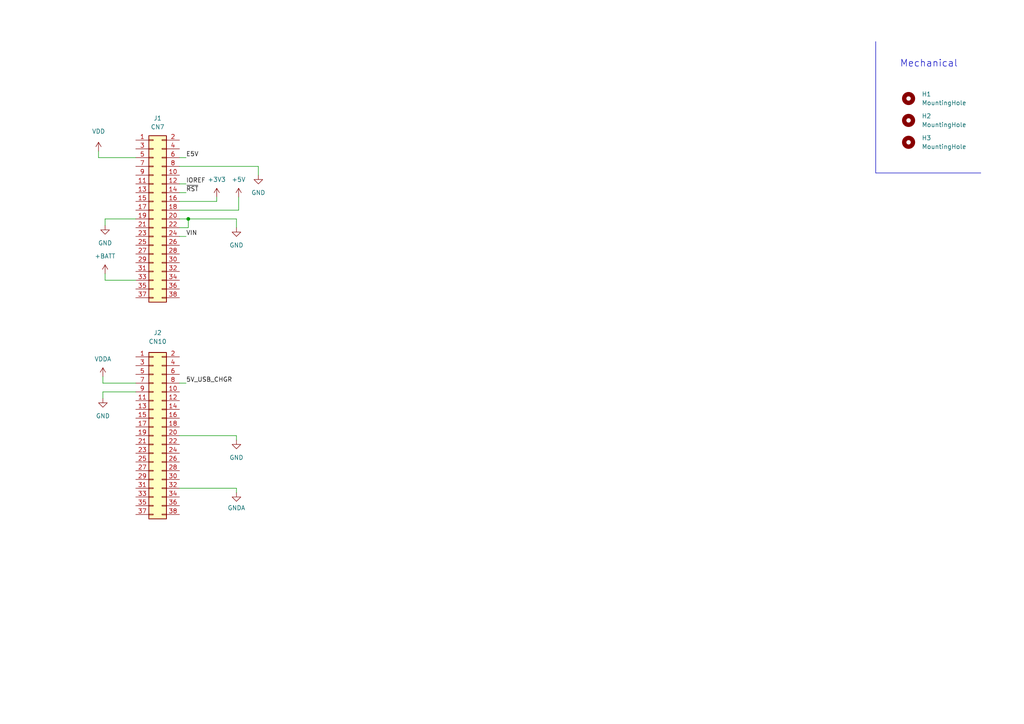
<source format=kicad_sch>
(kicad_sch (version 20230121) (generator eeschema)
  (paper "A4")
  (lib_symbols
    (symbol "Connector_Generic:Conn_02x19_Odd_Even" (pin_names (offset 1.016) hide)
      (property "Reference" "J" (at 1.27 25.4 0))
      (property "Value" "Conn_02x19_Odd_Even" (at 1.27 -25.4 0))
      (symbol "Conn_02x19_Odd_Even_1_1"
        (rectangle (start -1.27 -22.733) (end 0 -22.987) (stroke (width 0.1524)))
        (rectangle (start -1.27 -20.193) (end 0 -20.447) (stroke (width 0.1524)))
        (rectangle (start -1.27 -17.653) (end 0 -17.907) (stroke (width 0.1524)))
        (rectangle (start -1.27 -15.113) (end 0 -15.367) (stroke (width 0.1524)))
        (rectangle (start -1.27 -12.573) (end 0 -12.827) (stroke (width 0.1524)))
        (rectangle (start -1.27 -10.033) (end 0 -10.287) (stroke (width 0.1524)))
        (rectangle (start -1.27 -7.493) (end 0 -7.747) (stroke (width 0.1524)))
        (rectangle (start -1.27 -4.953) (end 0 -5.207) (stroke (width 0.1524)))
        (rectangle (start -1.27 -2.413) (end 0 -2.667) (stroke (width 0.1524)))
        (rectangle (start -1.27 0.127) (end 0 -0.127) (stroke (width 0.1524)))
        (rectangle (start -1.27 2.667) (end 0 2.413) (stroke (width 0.1524)))
        (rectangle (start -1.27 5.207) (end 0 4.953) (stroke (width 0.1524)))
        (rectangle (start -1.27 7.747) (end 0 7.493) (stroke (width 0.1524)))
        (rectangle (start -1.27 10.287) (end 0 10.033) (stroke (width 0.1524)))
        (rectangle (start -1.27 12.827) (end 0 12.573) (stroke (width 0.1524)))
        (rectangle (start -1.27 15.367) (end 0 15.113) (stroke (width 0.1524)))
        (rectangle (start -1.27 17.907) (end 0 17.653) (stroke (width 0.1524)))
        (rectangle (start -1.27 20.447) (end 0 20.193) (stroke (width 0.1524)))
        (rectangle (start -1.27 22.987) (end 0 22.733) (stroke (width 0.1524)))
        (rectangle (start -1.27 24.13) (end 3.81 -24.13) (stroke (width 0.254)) (fill (type background)))
        (rectangle (start 3.81 -22.733) (end 2.54 -22.987) (stroke (width 0.1524)))
        (rectangle (start 3.81 -20.193) (end 2.54 -20.447) (stroke (width 0.1524)))
        (rectangle (start 3.81 -17.653) (end 2.54 -17.907) (stroke (width 0.1524)))
        (rectangle (start 3.81 -15.113) (end 2.54 -15.367) (stroke (width 0.1524)))
        (rectangle (start 3.81 -12.573) (end 2.54 -12.827) (stroke (width 0.1524)))
        (rectangle (start 3.81 -10.033) (end 2.54 -10.287) (stroke (width 0.1524)))
        (rectangle (start 3.81 -7.493) (end 2.54 -7.747) (stroke (width 0.1524)))
        (rectangle (start 3.81 -4.953) (end 2.54 -5.207) (stroke (width 0.1524)))
        (rectangle (start 3.81 -2.413) (end 2.54 -2.667) (stroke (width 0.1524)))
        (rectangle (start 3.81 0.127) (end 2.54 -0.127) (stroke (width 0.1524)))
        (rectangle (start 3.81 2.667) (end 2.54 2.413) (stroke (width 0.1524)))
        (rectangle (start 3.81 5.207) (end 2.54 4.953) (stroke (width 0.1524)))
        (rectangle (start 3.81 7.747) (end 2.54 7.493) (stroke (width 0.1524)))
        (rectangle (start 3.81 10.287) (end 2.54 10.033) (stroke (width 0.1524)))
        (rectangle (start 3.81 12.827) (end 2.54 12.573) (stroke (width 0.1524)))
        (rectangle (start 3.81 15.367) (end 2.54 15.113) (stroke (width 0.1524)))
        (rectangle (start 3.81 17.907) (end 2.54 17.653) (stroke (width 0.1524)))
        (rectangle (start 3.81 20.447) (end 2.54 20.193) (stroke (width 0.1524)))
        (rectangle (start 3.81 22.987) (end 2.54 22.733) (stroke (width 0.1524)))
        (pin passive line (at -5.08 22.86 0) (length 3.81) (name "Pin_1") (number "1"))
        (pin passive line (at 7.62 12.7 180) (length 3.81) (name "Pin_10") (number "10"))
        (pin passive line (at -5.08 10.16 0) (length 3.81) (name "Pin_11") (number "11"))
        (pin passive line (at 7.62 10.16 180) (length 3.81) (name "Pin_12") (number "12"))
        (pin passive line (at -5.08 7.62 0) (length 3.81) (name "Pin_13") (number "13"))
        (pin passive line (at 7.62 7.62 180) (length 3.81) (name "Pin_14") (number "14"))
        (pin passive line (at -5.08 5.08 0) (length 3.81) (name "Pin_15") (number "15"))
        (pin passive line (at 7.62 5.08 180) (length 3.81) (name "Pin_16") (number "16"))
        (pin passive line (at -5.08 2.54 0) (length 3.81) (name "Pin_17") (number "17"))
        (pin passive line (at 7.62 2.54 180) (length 3.81) (name "Pin_18") (number "18"))
        (pin passive line (at -5.08 0 0) (length 3.81) (name "Pin_19") (number "19"))
        (pin passive line (at 7.62 22.86 180) (length 3.81) (name "Pin_2") (number "2"))
        (pin passive line (at 7.62 0 180) (length 3.81) (name "Pin_20") (number "20"))
        (pin passive line (at -5.08 -2.54 0) (length 3.81) (name "Pin_21") (number "21"))
        (pin passive line (at 7.62 -2.54 180) (length 3.81) (name "Pin_22") (number "22"))
        (pin passive line (at -5.08 -5.08 0) (length 3.81) (name "Pin_23") (number "23"))
        (pin passive line (at 7.62 -5.08 180) (length 3.81) (name "Pin_24") (number "24"))
        (pin passive line (at -5.08 -7.62 0) (length 3.81) (name "Pin_25") (number "25"))
        (pin passive line (at 7.62 -7.62 180) (length 3.81) (name "Pin_26") (number "26"))
        (pin passive line (at -5.08 -10.16 0) (length 3.81) (name "Pin_27") (number "27"))
        (pin passive line (at 7.62 -10.16 180) (length 3.81) (name "Pin_28") (number "28"))
        (pin passive line (at -5.08 -12.7 0) (length 3.81) (name "Pin_29") (number "29"))
        (pin passive line (at -5.08 20.32 0) (length 3.81) (name "Pin_3") (number "3"))
        (pin passive line (at 7.62 -12.7 180) (length 3.81) (name "Pin_30") (number "30"))
        (pin passive line (at -5.08 -15.24 0) (length 3.81) (name "Pin_31") (number "31"))
        (pin passive line (at 7.62 -15.24 180) (length 3.81) (name "Pin_32") (number "32"))
        (pin passive line (at -5.08 -17.78 0) (length 3.81) (name "Pin_33") (number "33"))
        (pin passive line (at 7.62 -17.78 180) (length 3.81) (name "Pin_34") (number "34"))
        (pin passive line (at -5.08 -20.32 0) (length 3.81) (name "Pin_35") (number "35"))
        (pin passive line (at 7.62 -20.32 180) (length 3.81) (name "Pin_36") (number "36"))
        (pin passive line (at -5.08 -22.86 0) (length 3.81) (name "Pin_37") (number "37"))
        (pin passive line (at 7.62 -22.86 180) (length 3.81) (name "Pin_38") (number "38"))
        (pin passive line (at 7.62 20.32 180) (length 3.81) (name "Pin_4") (number "4"))
        (pin passive line (at -5.08 17.78 0) (length 3.81) (name "Pin_5") (number "5"))
        (pin passive line (at 7.62 17.78 180) (length 3.81) (name "Pin_6") (number "6"))
        (pin passive line (at -5.08 15.24 0) (length 3.81) (name "Pin_7") (number "7"))
        (pin passive line (at 7.62 15.24 180) (length 3.81) (name "Pin_8") (number "8"))
        (pin passive line (at -5.08 12.7 0) (length 3.81) (name "Pin_9") (number "9"))
      )
    )
    (symbol "Mechanical:MountingHole" (pin_names (offset 1.016))
      (property "Reference" "H" (at 0 5.08 0))
      (property "Value" "MountingHole" (at 0 3.175 0))
      (symbol "MountingHole_0_1"
        (circle (center 0 0) (radius 1.27) (stroke (width 1.27)))
      )
    )
    (symbol "power:+3V3" (power) (pin_names (offset 0))
      (property "Value" "+3V3" (at 0 3.556 0))
      (symbol "+3V3_0_1"
        (polyline (pts (xy -0.762 1.27) (xy 0 2.54)))
        (polyline (pts (xy 0 0) (xy 0 2.54)))
        (polyline (pts (xy 0 2.54) (xy 0.762 1.27)))
      )
      (symbol "+3V3_1_1"
        (pin power_in line (at 0 0 90) (length 0) hide (name "+3V3") (number "1"))
      )
    )
    (symbol "power:+5V" (power) (pin_names (offset 0))
      (property "Value" "+5V" (at 0 3.556 0))
      (symbol "+5V_0_1"
        (polyline (pts (xy -0.762 1.27) (xy 0 2.54)))
        (polyline (pts (xy 0 0) (xy 0 2.54)))
        (polyline (pts (xy 0 2.54) (xy 0.762 1.27)))
      )
      (symbol "+5V_1_1"
        (pin power_in line (at 0 0 90) (length 0) hide (name "+5V") (number "1"))
      )
    )
    (symbol "power:+BATT" (power) (pin_names (offset 0))
      (property "Value" "+BATT" (at 0 3.556 0))
      (symbol "+BATT_0_1"
        (polyline (pts (xy -0.762 1.27) (xy 0 2.54)))
        (polyline (pts (xy 0 0) (xy 0 2.54)))
        (polyline (pts (xy 0 2.54) (xy 0.762 1.27)))
      )
      (symbol "+BATT_1_1"
        (pin power_in line (at 0 0 90) (length 0) hide (name "+BATT") (number "1"))
      )
    )
    (symbol "power:GND" (power) (pin_names (offset 0))
      (property "Value" "GND" (at 0 -3.81 0))
      (symbol "GND_0_1"
        (polyline (pts (xy 0 0) (xy 0 -1.27) (xy 1.27 -1.27) (xy 0 -2.54) (xy -1.27 -1.27) (xy 0 -1.27)))
      )
      (symbol "GND_1_1"
        (pin power_in line (at 0 0 270) (length 0) hide (name "GND") (number "1"))
      )
    )
    (symbol "power:GNDA" (power) (pin_names (offset 0))
      (property "Value" "GNDA" (at 0 -3.81 0))
      (symbol "GNDA_0_1"
        (polyline (pts (xy 0 0) (xy 0 -1.27) (xy 1.27 -1.27) (xy 0 -2.54) (xy -1.27 -1.27) (xy 0 -1.27)))
      )
      (symbol "GNDA_1_1"
        (pin power_in line (at 0 0 270) (length 0) hide (name "GNDA") (number "1"))
      )
    )
    (symbol "power:VDD" (power) (pin_names (offset 0))
      (property "Value" "VDD" (at 0 3.81 0))
      (symbol "VDD_0_1"
        (polyline (pts (xy -0.762 1.27) (xy 0 2.54)))
        (polyline (pts (xy 0 0) (xy 0 2.54)))
        (polyline (pts (xy 0 2.54) (xy 0.762 1.27)))
      )
      (symbol "VDD_1_1"
        (pin power_in line (at 0 0 90) (length 0) hide (name "VDD") (number "1"))
      )
    )
    (symbol "power:VDDA" (power) (pin_names (offset 0))
      (property "Value" "VDDA" (at 0 3.81 0))
      (symbol "VDDA_0_1"
        (polyline (pts (xy -0.762 1.27) (xy 0 2.54)))
        (polyline (pts (xy 0 0) (xy 0 2.54)))
        (polyline (pts (xy 0 2.54) (xy 0.762 1.27)))
      )
      (symbol "VDDA_1_1"
        (pin power_in line (at 0 0 90) (length 0) hide (name "VDDA") (number "1"))
      )
    )
  )
  (junction (at 54.61 63.5))
  (wire (pts (xy 52.07 53.34) (xy 53.975 53.34)))
  (wire (pts (xy 74.93 48.26) (xy 52.07 48.26)))
  (wire (pts (xy 74.93 50.8) (xy 74.93 48.26)))
  (wire (pts (xy 52.07 45.72) (xy 53.975 45.72)))
  (wire (pts (xy 52.07 141.605) (xy 68.58 141.605)))
  (wire (pts (xy 68.58 141.605) (xy 68.58 142.875)))
  (wire (pts (xy 30.48 63.5) (xy 30.48 65.405)))
  (wire (pts (xy 39.37 63.5) (xy 30.48 63.5)))
  (polyline (pts (xy 254 12.065) (xy 254 50.165)))
  (polyline (pts (xy 254 50.165) (xy 284.48 50.165)))
  (wire (pts (xy 52.07 66.04) (xy 54.61 66.04)))
  (wire (pts (xy 54.61 66.04) (xy 54.61 63.5)))
  (wire (pts (xy 52.07 55.88) (xy 53.975 55.88)))
  (wire (pts (xy 52.07 111.125) (xy 53.975 111.125)))
  (wire (pts (xy 52.07 60.96) (xy 69.215 60.96)))
  (wire (pts (xy 69.215 60.96) (xy 69.215 57.15)))
  (wire (pts (xy 28.575 45.72) (xy 28.575 43.815)))
  (wire (pts (xy 39.37 45.72) (xy 28.575 45.72)))
  (wire (pts (xy 52.07 58.42) (xy 62.865 58.42)))
  (wire (pts (xy 62.865 58.42) (xy 62.865 57.15)))
  (wire (pts (xy 29.845 113.665) (xy 39.37 113.665)))
  (wire (pts (xy 29.845 115.57) (xy 29.845 113.665)))
  (wire (pts (xy 30.48 81.28) (xy 30.48 79.375)))
  (wire (pts (xy 39.37 81.28) (xy 30.48 81.28)))
  (wire (pts (xy 68.58 126.365) (xy 52.07 126.365)))
  (wire (pts (xy 68.58 127.635) (xy 68.58 126.365)))
  (wire (pts (xy 29.845 111.125) (xy 29.845 109.22)))
  (wire (pts (xy 39.37 111.125) (xy 29.845 111.125)))
  (wire (pts (xy 52.07 68.58) (xy 53.975 68.58)))
  (wire (pts (xy 52.07 63.5) (xy 54.61 63.5)))
  (wire (pts (xy 54.61 63.5) (xy 68.58 63.5)))
  (wire (pts (xy 68.58 63.5) (xy 68.58 66.04)))
  (text "Mechanical\n" (at 260.985 19.685 0) (effects (font (size 2 2)) (justify left bottom)))
  (label "~{RST}" (at 53.975 55.88 0))
  (label "VIN" (at 53.975 68.58 0))
  (label "E5V" (at 53.975 45.72 0))
  (label "IOREF" (at 53.975 53.34 0))
  (label "5V_USB_CHGR" (at 53.975 111.125 0))
  (symbol (lib_id "Connector_Generic:Conn_02x19_Odd_Even") (at 44.45 63.5 0) (unit 1)
    (property "Reference" "J1" (at 45.72 34.29 0))
    (property "Value" "CN7" (at 45.72 36.83 0))
    (property "Footprint" "Connector_PinSocket_2.54mm:PinSocket_2x19_P2.54mm_Vertical" (effects hide))
  )
  (symbol (lib_id "power:GND") (at 68.58 66.04 0) (unit 1)
    (property "Reference" "#PWR0101" (effects hide))
    (property "Value" "GND" (at 68.58 71.12 0))
  )
  (symbol (lib_id "Mechanical:MountingHole") (at 263.525 34.925 0) (unit 1)
    (property "Reference" "H2" (at 267.335 33.6549 0) (effects (justify left)))
    (property "Value" "MountingHole" (at 267.335 36.1949 0) (effects (justify left)))
    (property "Footprint" "MountingHole:MountingHole_3.2mm_M3" (effects hide))
  )
  (symbol (lib_id "power:GND") (at 74.93 50.8 0) (unit 1)
    (property "Reference" "#PWR0107" (effects hide))
    (property "Value" "GND" (at 74.93 55.88 0))
  )
  (symbol (lib_id "Mechanical:MountingHole") (at 263.525 41.275 0) (unit 1)
    (property "Reference" "H3" (at 267.335 40.0049 0) (effects (justify left)))
    (property "Value" "MountingHole" (at 267.335 42.5449 0) (effects (justify left)))
    (property "Footprint" "MountingHole:MountingHole_3.2mm_M3" (effects hide))
  )
  (symbol (lib_id "power:VDDA") (at 29.845 109.22 0) (unit 1)
    (property "Reference" "#PWR0103" (effects hide))
    (property "Value" "VDDA" (at 29.845 104.14 0))
  )
  (symbol (lib_id "Mechanical:MountingHole") (at 263.525 28.575 0) (unit 1)
    (property "Reference" "H1" (at 267.335 27.3049 0) (effects (justify left)))
    (property "Value" "MountingHole" (at 267.335 29.8449 0) (effects (justify left)))
    (property "Footprint" "MountingHole:MountingHole_3.2mm_M3" (effects hide))
  )
  (symbol (lib_id "power:GND") (at 68.58 127.635 0) (unit 1)
    (property "Reference" "#PWR0105" (effects hide))
    (property "Value" "GND" (at 68.58 132.715 0))
  )
  (symbol (lib_id "power:VDD") (at 28.575 43.815 0) (unit 1)
    (property "Reference" "#PWR0109" (effects hide))
    (property "Value" "VDD" (at 28.575 38.1 0))
  )
  (symbol (lib_id "power:+5V") (at 69.215 57.15 0) (unit 1)
    (property "Reference" "#PWR0108" (effects hide))
    (property "Value" "+5V" (at 69.215 52.07 0))
  )
  (symbol (lib_id "power:+BATT") (at 30.48 79.375 0) (unit 1)
    (property "Reference" "#PWR0111" (effects hide))
    (property "Value" "+BATT" (at 30.48 74.295 0))
  )
  (symbol (lib_id "power:+3V3") (at 62.865 57.15 0) (unit 1)
    (property "Reference" "#PWR0106" (effects hide))
    (property "Value" "+3V3" (at 62.865 52.07 0))
  )
  (symbol (lib_id "power:GND") (at 30.48 65.405 0) (unit 1)
    (property "Reference" "#PWR0110" (effects hide))
    (property "Value" "GND" (at 30.48 70.485 0))
  )
  (symbol (lib_id "Connector_Generic:Conn_02x19_Odd_Even") (at 44.45 126.365 0) (unit 1)
    (property "Reference" "J2" (at 45.72 96.52 0))
    (property "Value" "CN10" (at 45.72 99.06 0))
    (property "Footprint" "Connector_PinSocket_2.54mm:PinSocket_2x19_P2.54mm_Vertical" (effects hide))
  )
  (symbol (lib_id "power:GND") (at 29.845 115.57 0) (unit 1)
    (property "Reference" "#PWR0102" (effects hide))
    (property "Value" "GND" (at 29.845 120.65 0))
  )
  (symbol (lib_id "power:GNDA") (at 68.58 142.875 0) (unit 1)
    (property "Reference" "#PWR0104" (effects hide))
    (property "Value" "GNDA" (at 68.58 147.32 0))
  )
)
</source>
